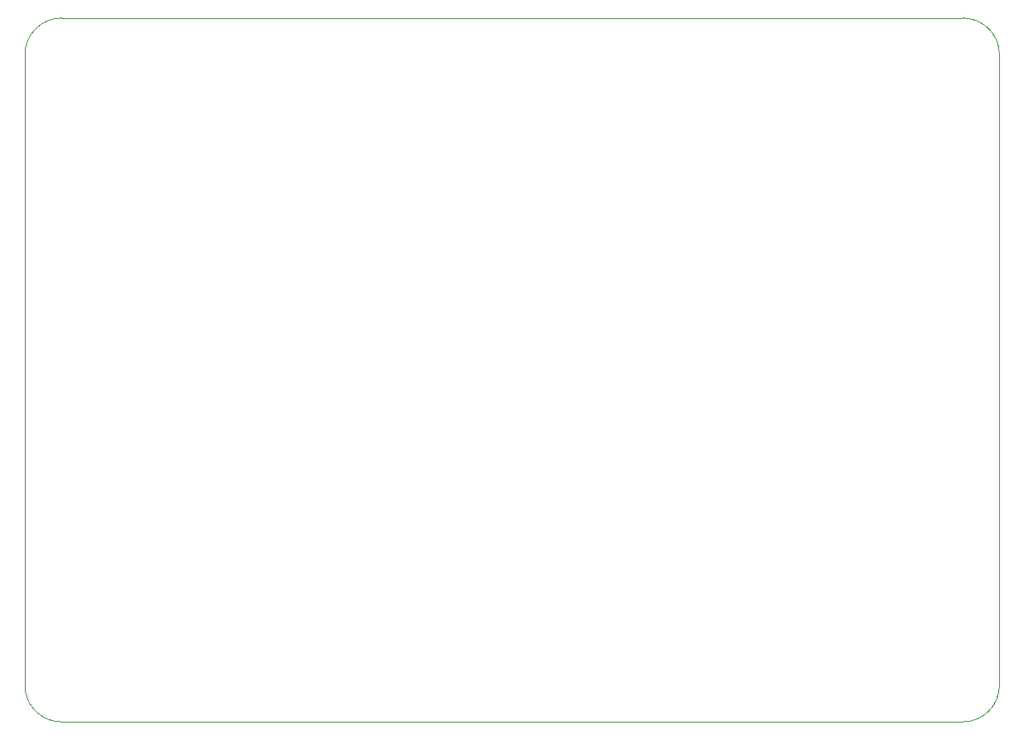
<source format=gbr>
%TF.GenerationSoftware,KiCad,Pcbnew,8.0.4+dfsg-1*%
%TF.CreationDate,2025-03-09T22:36:12+01:00*%
%TF.ProjectId,time_terminal,74696d65-5f74-4657-926d-696e616c2e6b,rev?*%
%TF.SameCoordinates,Original*%
%TF.FileFunction,Profile,NP*%
%FSLAX46Y46*%
G04 Gerber Fmt 4.6, Leading zero omitted, Abs format (unit mm)*
G04 Created by KiCad (PCBNEW 8.0.4+dfsg-1) date 2025-03-09 22:36:12*
%MOMM*%
%LPD*%
G01*
G04 APERTURE LIST*
%TA.AperFunction,Profile*%
%ADD10C,0.100000*%
%TD*%
G04 APERTURE END LIST*
D10*
X63250000Y-126000000D02*
X155348351Y-126000001D01*
X59500000Y-122250000D02*
X59499999Y-57749999D01*
X63250000Y-126000000D02*
G75*
G02*
X59499999Y-122250000I0J3750001D01*
G01*
X159098350Y-57750000D02*
X159098351Y-122250001D01*
X159098351Y-122250001D02*
G75*
G02*
X155348351Y-126000001I-3750001J1D01*
G01*
X63249999Y-53999999D02*
X155348350Y-54000000D01*
X59499999Y-57749999D02*
G75*
G02*
X63249999Y-53999999I3750000J0D01*
G01*
X155348350Y-54000000D02*
G75*
G02*
X159098350Y-57750000I0J-3750000D01*
G01*
M02*

</source>
